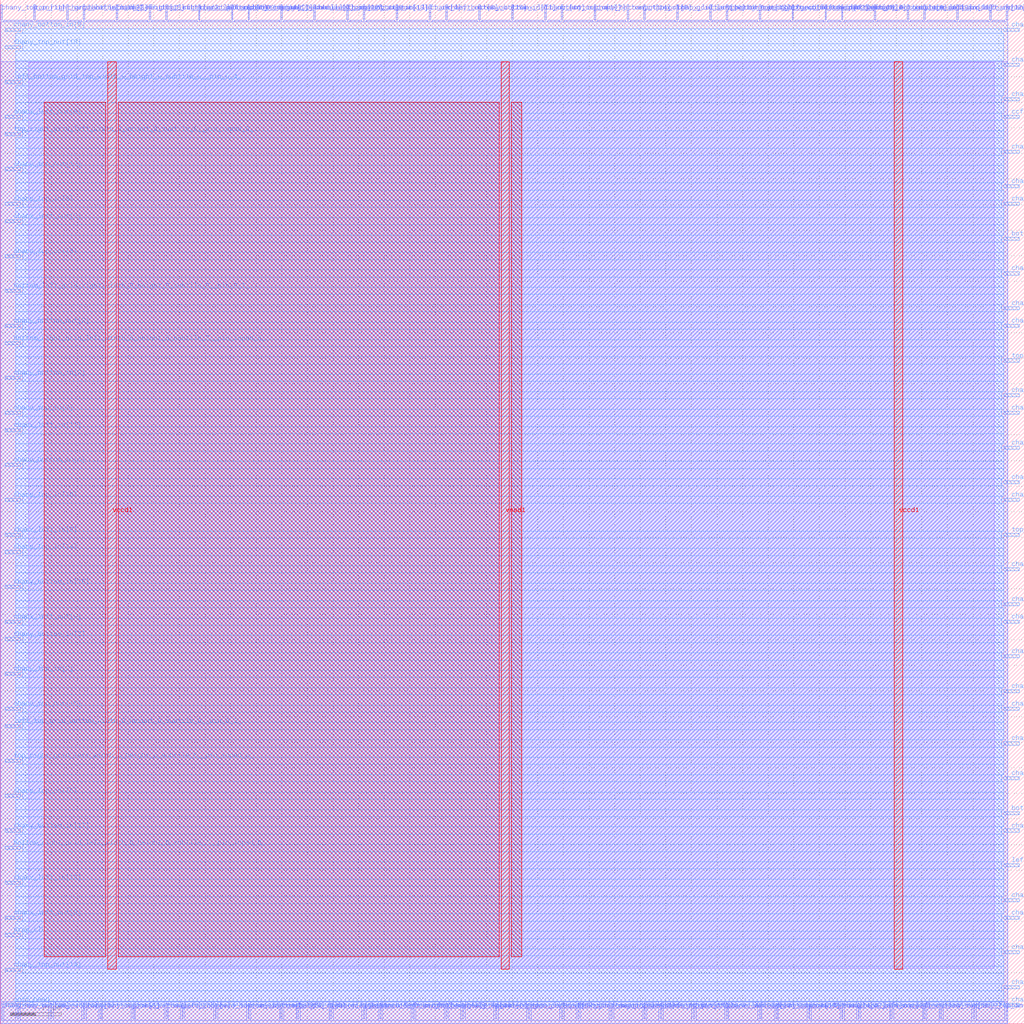
<source format=lef>
VERSION 5.7 ;
  NOWIREEXTENSIONATPIN ON ;
  DIVIDERCHAR "/" ;
  BUSBITCHARS "[]" ;
MACRO sb_4__1_
  CLASS BLOCK ;
  FOREIGN sb_4__1_ ;
  ORIGIN 0.000 0.000 ;
  SIZE 200.000 BY 200.000 ;
  PIN bottom_left_grid_right_width_0_height_0_subtile_0__pin_O_1_
    DIRECTION INPUT ;
    USE SIGNAL ;
    PORT
      LAYER met3 ;
        RECT 1.000 142.840 4.000 143.440 ;
    END
  END bottom_left_grid_right_width_0_height_0_subtile_0__pin_O_1_
  PIN bottom_left_grid_right_width_0_height_0_subtile_0__pin_O_5_
    DIRECTION INPUT ;
    USE SIGNAL ;
    PORT
      LAYER met2 ;
        RECT 29.070 196.000 29.350 199.000 ;
    END
  END bottom_left_grid_right_width_0_height_0_subtile_0__pin_O_5_
  PIN bottom_right_grid_left_width_0_height_0_subtile_0__pin_inpad_0_
    DIRECTION INPUT ;
    USE SIGNAL ;
    PORT
      LAYER met2 ;
        RECT 64.490 1.000 64.770 4.000 ;
    END
  END bottom_right_grid_left_width_0_height_0_subtile_0__pin_inpad_0_
  PIN bottom_right_grid_left_width_0_height_0_subtile_1__pin_inpad_0_
    DIRECTION INPUT ;
    USE SIGNAL ;
    PORT
      LAYER met2 ;
        RECT 96.690 1.000 96.970 4.000 ;
    END
  END bottom_right_grid_left_width_0_height_0_subtile_1__pin_inpad_0_
  PIN bottom_right_grid_left_width_0_height_0_subtile_2__pin_inpad_0_
    DIRECTION INPUT ;
    USE SIGNAL ;
    PORT
      LAYER met3 ;
        RECT 1.000 132.640 4.000 133.240 ;
    END
  END bottom_right_grid_left_width_0_height_0_subtile_2__pin_inpad_0_
  PIN bottom_right_grid_left_width_0_height_0_subtile_3__pin_inpad_0_
    DIRECTION INPUT ;
    USE SIGNAL ;
    PORT
      LAYER met3 ;
        RECT 1.000 34.040 4.000 34.640 ;
    END
  END bottom_right_grid_left_width_0_height_0_subtile_3__pin_inpad_0_
  PIN bottom_right_grid_left_width_0_height_0_subtile_4__pin_inpad_0_
    DIRECTION INPUT ;
    USE SIGNAL ;
    PORT
      LAYER met3 ;
        RECT 196.000 153.040 199.000 153.640 ;
    END
  END bottom_right_grid_left_width_0_height_0_subtile_4__pin_inpad_0_
  PIN bottom_right_grid_left_width_0_height_0_subtile_5__pin_inpad_0_
    DIRECTION INPUT ;
    USE SIGNAL ;
    PORT
      LAYER met2 ;
        RECT 58.050 1.000 58.330 4.000 ;
    END
  END bottom_right_grid_left_width_0_height_0_subtile_5__pin_inpad_0_
  PIN bottom_right_grid_left_width_0_height_0_subtile_6__pin_inpad_0_
    DIRECTION INPUT ;
    USE SIGNAL ;
    PORT
      LAYER met2 ;
        RECT 125.670 196.000 125.950 199.000 ;
    END
  END bottom_right_grid_left_width_0_height_0_subtile_6__pin_inpad_0_
  PIN bottom_right_grid_left_width_0_height_0_subtile_7__pin_inpad_0_
    DIRECTION INPUT ;
    USE SIGNAL ;
    PORT
      LAYER met3 ;
        RECT 196.000 40.840 199.000 41.440 ;
    END
  END bottom_right_grid_left_width_0_height_0_subtile_7__pin_inpad_0_
  PIN ccff_head
    DIRECTION INPUT ;
    USE SIGNAL ;
    PORT
      LAYER met3 ;
        RECT 1.000 3.440 4.000 4.040 ;
    END
  END ccff_head
  PIN ccff_tail
    DIRECTION OUTPUT TRISTATE ;
    USE SIGNAL ;
    PORT
      LAYER met3 ;
        RECT 196.000 176.840 199.000 177.440 ;
    END
  END ccff_tail
  PIN chanx_left_in[0]
    DIRECTION INPUT ;
    USE SIGNAL ;
    PORT
      LAYER met3 ;
        RECT 1.000 95.240 4.000 95.840 ;
    END
  END chanx_left_in[0]
  PIN chanx_left_in[10]
    DIRECTION INPUT ;
    USE SIGNAL ;
    PORT
      LAYER met2 ;
        RECT 132.110 196.000 132.390 199.000 ;
    END
  END chanx_left_in[10]
  PIN chanx_left_in[11]
    DIRECTION INPUT ;
    USE SIGNAL ;
    PORT
      LAYER met3 ;
        RECT 1.000 115.640 4.000 116.240 ;
    END
  END chanx_left_in[11]
  PIN chanx_left_in[12]
    DIRECTION INPUT ;
    USE SIGNAL ;
    PORT
      LAYER met2 ;
        RECT 61.270 196.000 61.550 199.000 ;
    END
  END chanx_left_in[12]
  PIN chanx_left_in[13]
    DIRECTION INPUT ;
    USE SIGNAL ;
    PORT
      LAYER met3 ;
        RECT 196.000 54.440 199.000 55.040 ;
    END
  END chanx_left_in[13]
  PIN chanx_left_in[14]
    DIRECTION INPUT ;
    USE SIGNAL ;
    PORT
      LAYER met2 ;
        RECT 141.770 1.000 142.050 4.000 ;
    END
  END chanx_left_in[14]
  PIN chanx_left_in[15]
    DIRECTION INPUT ;
    USE SIGNAL ;
    PORT
      LAYER met2 ;
        RECT 22.630 196.000 22.910 199.000 ;
    END
  END chanx_left_in[15]
  PIN chanx_left_in[16]
    DIRECTION INPUT ;
    USE SIGNAL ;
    PORT
      LAYER met2 ;
        RECT 180.410 196.000 180.690 199.000 ;
    END
  END chanx_left_in[16]
  PIN chanx_left_in[17]
    DIRECTION INPUT ;
    USE SIGNAL ;
    PORT
      LAYER met2 ;
        RECT 186.850 196.000 187.130 199.000 ;
    END
  END chanx_left_in[17]
  PIN chanx_left_in[18]
    DIRECTION INPUT ;
    USE SIGNAL ;
    PORT
      LAYER met3 ;
        RECT 1.000 27.240 4.000 27.840 ;
    END
  END chanx_left_in[18]
  PIN chanx_left_in[1]
    DIRECTION INPUT ;
    USE SIGNAL ;
    PORT
      LAYER met2 ;
        RECT 103.130 1.000 103.410 4.000 ;
    END
  END chanx_left_in[1]
  PIN chanx_left_in[2]
    DIRECTION INPUT ;
    USE SIGNAL ;
    PORT
      LAYER met3 ;
        RECT 196.000 139.440 199.000 140.040 ;
    END
  END chanx_left_in[2]
  PIN chanx_left_in[3]
    DIRECTION INPUT ;
    USE SIGNAL ;
    PORT
      LAYER met3 ;
        RECT 196.000 61.240 199.000 61.840 ;
    END
  END chanx_left_in[3]
  PIN chanx_left_in[4]
    DIRECTION INPUT ;
    USE SIGNAL ;
    PORT
      LAYER met2 ;
        RECT 77.370 196.000 77.650 199.000 ;
    END
  END chanx_left_in[4]
  PIN chanx_left_in[5]
    DIRECTION INPUT ;
    USE SIGNAL ;
    PORT
      LAYER met2 ;
        RECT 196.510 1.000 196.790 4.000 ;
    END
  END chanx_left_in[5]
  PIN chanx_left_in[6]
    DIRECTION INPUT ;
    USE SIGNAL ;
    PORT
      LAYER met2 ;
        RECT 164.310 196.000 164.590 199.000 ;
    END
  END chanx_left_in[6]
  PIN chanx_left_in[7]
    DIRECTION INPUT ;
    USE SIGNAL ;
    PORT
      LAYER met2 ;
        RECT 87.030 1.000 87.310 4.000 ;
    END
  END chanx_left_in[7]
  PIN chanx_left_in[8]
    DIRECTION INPUT ;
    USE SIGNAL ;
    PORT
      LAYER met2 ;
        RECT 16.190 196.000 16.470 199.000 ;
    END
  END chanx_left_in[8]
  PIN chanx_left_in[9]
    DIRECTION INPUT ;
    USE SIGNAL ;
    PORT
      LAYER met2 ;
        RECT 54.830 1.000 55.110 4.000 ;
    END
  END chanx_left_in[9]
  PIN chanx_left_out[0]
    DIRECTION OUTPUT TRISTATE ;
    USE SIGNAL ;
    PORT
      LAYER met3 ;
        RECT 1.000 78.240 4.000 78.840 ;
    END
  END chanx_left_out[0]
  PIN chanx_left_out[10]
    DIRECTION OUTPUT TRISTATE ;
    USE SIGNAL ;
    PORT
      LAYER met2 ;
        RECT 125.670 1.000 125.950 4.000 ;
    END
  END chanx_left_out[10]
  PIN chanx_left_out[11]
    DIRECTION OUTPUT TRISTATE ;
    USE SIGNAL ;
    PORT
      LAYER met3 ;
        RECT 196.000 64.640 199.000 65.240 ;
    END
  END chanx_left_out[11]
  PIN chanx_left_out[12]
    DIRECTION OUTPUT TRISTATE ;
    USE SIGNAL ;
    PORT
      LAYER met3 ;
        RECT 196.000 136.040 199.000 136.640 ;
    END
  END chanx_left_out[12]
  PIN chanx_left_out[13]
    DIRECTION OUTPUT TRISTATE ;
    USE SIGNAL ;
    PORT
      LAYER met2 ;
        RECT 173.970 1.000 174.250 4.000 ;
    END
  END chanx_left_out[13]
  PIN chanx_left_out[14]
    DIRECTION OUTPUT TRISTATE ;
    USE SIGNAL ;
    PORT
      LAYER met2 ;
        RECT 74.150 1.000 74.430 4.000 ;
    END
  END chanx_left_out[14]
  PIN chanx_left_out[15]
    DIRECTION OUTPUT TRISTATE ;
    USE SIGNAL ;
    PORT
      LAYER met2 ;
        RECT 161.090 196.000 161.370 199.000 ;
    END
  END chanx_left_out[15]
  PIN chanx_left_out[16]
    DIRECTION OUTPUT TRISTATE ;
    USE SIGNAL ;
    PORT
      LAYER met2 ;
        RECT 99.910 196.000 100.190 199.000 ;
    END
  END chanx_left_out[16]
  PIN chanx_left_out[17]
    DIRECTION OUTPUT TRISTATE ;
    USE SIGNAL ;
    PORT
      LAYER met2 ;
        RECT 167.530 1.000 167.810 4.000 ;
    END
  END chanx_left_out[17]
  PIN chanx_left_out[18]
    DIRECTION OUTPUT TRISTATE ;
    USE SIGNAL ;
    PORT
      LAYER met3 ;
        RECT 196.000 81.640 199.000 82.240 ;
    END
  END chanx_left_out[18]
  PIN chanx_left_out[1]
    DIRECTION OUTPUT TRISTATE ;
    USE SIGNAL ;
    PORT
      LAYER met2 ;
        RECT 38.730 196.000 39.010 199.000 ;
    END
  END chanx_left_out[1]
  PIN chanx_left_out[2]
    DIRECTION OUTPUT TRISTATE ;
    USE SIGNAL ;
    PORT
      LAYER met3 ;
        RECT 196.000 119.040 199.000 119.640 ;
    END
  END chanx_left_out[2]
  PIN chanx_left_out[3]
    DIRECTION OUTPUT TRISTATE ;
    USE SIGNAL ;
    PORT
      LAYER met2 ;
        RECT 83.810 196.000 84.090 199.000 ;
    END
  END chanx_left_out[3]
  PIN chanx_left_out[4]
    DIRECTION OUTPUT TRISTATE ;
    USE SIGNAL ;
    PORT
      LAYER met3 ;
        RECT 196.000 163.240 199.000 163.840 ;
    END
  END chanx_left_out[4]
  PIN chanx_left_out[5]
    DIRECTION OUTPUT TRISTATE ;
    USE SIGNAL ;
    PORT
      LAYER met3 ;
        RECT 1.000 20.440 4.000 21.040 ;
    END
  END chanx_left_out[5]
  PIN chanx_left_out[6]
    DIRECTION OUTPUT TRISTATE ;
    USE SIGNAL ;
    PORT
      LAYER met3 ;
        RECT 196.000 88.440 199.000 89.040 ;
    END
  END chanx_left_out[6]
  PIN chanx_left_out[7]
    DIRECTION OUTPUT TRISTATE ;
    USE SIGNAL ;
    PORT
      LAYER met3 ;
        RECT 1.000 156.440 4.000 157.040 ;
    END
  END chanx_left_out[7]
  PIN chanx_left_out[8]
    DIRECTION OUTPUT TRISTATE ;
    USE SIGNAL ;
    PORT
      LAYER met3 ;
        RECT 1.000 176.840 4.000 177.440 ;
    END
  END chanx_left_out[8]
  PIN chanx_left_out[9]
    DIRECTION OUTPUT TRISTATE ;
    USE SIGNAL ;
    PORT
      LAYER met3 ;
        RECT 196.000 159.840 199.000 160.440 ;
    END
  END chanx_left_out[9]
  PIN chany_bottom_in[0]
    DIRECTION INPUT ;
    USE SIGNAL ;
    PORT
      LAYER met3 ;
        RECT 196.000 6.840 199.000 7.440 ;
    END
  END chany_bottom_in[0]
  PIN chany_bottom_in[10]
    DIRECTION INPUT ;
    USE SIGNAL ;
    PORT
      LAYER met2 ;
        RECT 106.350 196.000 106.630 199.000 ;
    END
  END chany_bottom_in[10]
  PIN chany_bottom_in[11]
    DIRECTION INPUT ;
    USE SIGNAL ;
    PORT
      LAYER met2 ;
        RECT 93.470 196.000 93.750 199.000 ;
    END
  END chany_bottom_in[11]
  PIN chany_bottom_in[12]
    DIRECTION INPUT ;
    USE SIGNAL ;
    PORT
      LAYER met2 ;
        RECT 154.650 196.000 154.930 199.000 ;
    END
  END chany_bottom_in[12]
  PIN chany_bottom_in[13]
    DIRECTION INPUT ;
    USE SIGNAL ;
    PORT
      LAYER met3 ;
        RECT 196.000 187.040 199.000 187.640 ;
    END
  END chany_bottom_in[13]
  PIN chany_bottom_in[14]
    DIRECTION INPUT ;
    USE SIGNAL ;
    PORT
      LAYER met2 ;
        RECT 116.010 196.000 116.290 199.000 ;
    END
  END chany_bottom_in[14]
  PIN chany_bottom_in[15]
    DIRECTION INPUT ;
    USE SIGNAL ;
    PORT
      LAYER met2 ;
        RECT 48.390 1.000 48.670 4.000 ;
    END
  END chany_bottom_in[15]
  PIN chany_bottom_in[16]
    DIRECTION INPUT ;
    USE SIGNAL ;
    PORT
      LAYER met3 ;
        RECT 1.000 85.040 4.000 85.640 ;
    END
  END chany_bottom_in[16]
  PIN chany_bottom_in[17]
    DIRECTION INPUT ;
    USE SIGNAL ;
    PORT
      LAYER met3 ;
        RECT 1.000 37.440 4.000 38.040 ;
    END
  END chany_bottom_in[17]
  PIN chany_bottom_in[18]
    DIRECTION INPUT ;
    USE SIGNAL ;
    PORT
      LAYER met2 ;
        RECT 157.870 1.000 158.150 4.000 ;
    END
  END chany_bottom_in[18]
  PIN chany_bottom_in[1]
    DIRECTION INPUT ;
    USE SIGNAL ;
    PORT
      LAYER met3 ;
        RECT 196.000 3.440 199.000 4.040 ;
    END
  END chany_bottom_in[1]
  PIN chany_bottom_in[2]
    DIRECTION INPUT ;
    USE SIGNAL ;
    PORT
      LAYER met3 ;
        RECT 1.000 74.840 4.000 75.440 ;
    END
  END chany_bottom_in[2]
  PIN chany_bottom_in[3]
    DIRECTION INPUT ;
    USE SIGNAL ;
    PORT
      LAYER met3 ;
        RECT 196.000 37.440 199.000 38.040 ;
    END
  END chany_bottom_in[3]
  PIN chany_bottom_in[4]
    DIRECTION INPUT ;
    USE SIGNAL ;
    PORT
      LAYER met2 ;
        RECT 54.830 196.000 55.110 199.000 ;
    END
  END chany_bottom_in[4]
  PIN chany_bottom_in[5]
    DIRECTION INPUT ;
    USE SIGNAL ;
    PORT
      LAYER met3 ;
        RECT 1.000 193.840 4.000 194.440 ;
    END
  END chany_bottom_in[5]
  PIN chany_bottom_in[6]
    DIRECTION INPUT ;
    USE SIGNAL ;
    PORT
      LAYER met3 ;
        RECT 1.000 108.840 4.000 109.440 ;
    END
  END chany_bottom_in[6]
  PIN chany_bottom_in[7]
    DIRECTION INPUT ;
    USE SIGNAL ;
    PORT
      LAYER met2 ;
        RECT 80.590 1.000 80.870 4.000 ;
    END
  END chany_bottom_in[7]
  PIN chany_bottom_in[8]
    DIRECTION INPUT ;
    USE SIGNAL ;
    PORT
      LAYER met3 ;
        RECT 1.000 125.840 4.000 126.440 ;
    END
  END chany_bottom_in[8]
  PIN chany_bottom_in[9]
    DIRECTION INPUT ;
    USE SIGNAL ;
    PORT
      LAYER met2 ;
        RECT 170.750 196.000 171.030 199.000 ;
    END
  END chany_bottom_in[9]
  PIN chany_bottom_out[0]
    DIRECTION OUTPUT TRISTATE ;
    USE SIGNAL ;
    PORT
      LAYER met2 ;
        RECT 112.790 1.000 113.070 4.000 ;
    END
  END chany_bottom_out[0]
  PIN chany_bottom_out[10]
    DIRECTION OUTPUT TRISTATE ;
    USE SIGNAL ;
    PORT
      LAYER met2 ;
        RECT 148.210 1.000 148.490 4.000 ;
    END
  END chany_bottom_out[10]
  PIN chany_bottom_out[11]
    DIRECTION OUTPUT TRISTATE ;
    USE SIGNAL ;
    PORT
      LAYER met3 ;
        RECT 196.000 122.440 199.000 123.040 ;
    END
  END chany_bottom_out[11]
  PIN chany_bottom_out[12]
    DIRECTION OUTPUT TRISTATE ;
    USE SIGNAL ;
    PORT
      LAYER met3 ;
        RECT 196.000 23.840 199.000 24.440 ;
    END
  END chany_bottom_out[12]
  PIN chany_bottom_out[13]
    DIRECTION OUTPUT TRISTATE ;
    USE SIGNAL ;
    PORT
      LAYER met2 ;
        RECT 138.550 196.000 138.830 199.000 ;
    END
  END chany_bottom_out[13]
  PIN chany_bottom_out[14]
    DIRECTION OUTPUT TRISTATE ;
    USE SIGNAL ;
    PORT
      LAYER met3 ;
        RECT 196.000 193.840 199.000 194.440 ;
    END
  END chany_bottom_out[14]
  PIN chany_bottom_out[15]
    DIRECTION OUTPUT TRISTATE ;
    USE SIGNAL ;
    PORT
      LAYER met2 ;
        RECT 87.030 196.000 87.310 199.000 ;
    END
  END chany_bottom_out[15]
  PIN chany_bottom_out[16]
    DIRECTION OUTPUT TRISTATE ;
    USE SIGNAL ;
    PORT
      LAYER met2 ;
        RECT 3.310 1.000 3.590 4.000 ;
    END
  END chany_bottom_out[16]
  PIN chany_bottom_out[17]
    DIRECTION OUTPUT TRISTATE ;
    USE SIGNAL ;
    PORT
      LAYER met2 ;
        RECT 25.850 1.000 26.130 4.000 ;
    END
  END chany_bottom_out[17]
  PIN chany_bottom_out[18]
    DIRECTION OUTPUT TRISTATE ;
    USE SIGNAL ;
    PORT
      LAYER met2 ;
        RECT 67.710 196.000 67.990 199.000 ;
    END
  END chany_bottom_out[18]
  PIN chany_bottom_out[1]
    DIRECTION OUTPUT TRISTATE ;
    USE SIGNAL ;
    PORT
      LAYER met2 ;
        RECT 45.170 196.000 45.450 199.000 ;
    END
  END chany_bottom_out[1]
  PIN chany_bottom_out[2]
    DIRECTION OUTPUT TRISTATE ;
    USE SIGNAL ;
    PORT
      LAYER met3 ;
        RECT 196.000 105.440 199.000 106.040 ;
    END
  END chany_bottom_out[2]
  PIN chany_bottom_out[3]
    DIRECTION OUTPUT TRISTATE ;
    USE SIGNAL ;
    PORT
      LAYER met3 ;
        RECT 196.000 71.440 199.000 72.040 ;
    END
  END chany_bottom_out[3]
  PIN chany_bottom_out[4]
    DIRECTION OUTPUT TRISTATE ;
    USE SIGNAL ;
    PORT
      LAYER met2 ;
        RECT 196.510 196.000 196.790 199.000 ;
    END
  END chany_bottom_out[4]
  PIN chany_bottom_out[5]
    DIRECTION OUTPUT TRISTATE ;
    USE SIGNAL ;
    PORT
      LAYER met2 ;
        RECT 16.190 1.000 16.470 4.000 ;
    END
  END chany_bottom_out[5]
  PIN chany_bottom_out[6]
    DIRECTION OUTPUT TRISTATE ;
    USE SIGNAL ;
    PORT
      LAYER met3 ;
        RECT 196.000 13.640 199.000 14.240 ;
    END
  END chany_bottom_out[6]
  PIN chany_bottom_out[7]
    DIRECTION OUTPUT TRISTATE ;
    USE SIGNAL ;
    PORT
      LAYER met3 ;
        RECT 196.000 78.240 199.000 78.840 ;
    END
  END chany_bottom_out[7]
  PIN chany_bottom_out[8]
    DIRECTION OUTPUT TRISTATE ;
    USE SIGNAL ;
    PORT
      LAYER met3 ;
        RECT 1.000 136.040 4.000 136.640 ;
    END
  END chany_bottom_out[8]
  PIN chany_bottom_out[9]
    DIRECTION OUTPUT TRISTATE ;
    USE SIGNAL ;
    PORT
      LAYER met2 ;
        RECT 12.970 196.000 13.250 199.000 ;
    END
  END chany_bottom_out[9]
  PIN chany_top_in[0]
    DIRECTION INPUT ;
    USE SIGNAL ;
    PORT
      LAYER met2 ;
        RECT 183.630 1.000 183.910 4.000 ;
    END
  END chany_top_in[0]
  PIN chany_top_in[10]
    DIRECTION INPUT ;
    USE SIGNAL ;
    PORT
      LAYER met3 ;
        RECT 1.000 102.040 4.000 102.640 ;
    END
  END chany_top_in[10]
  PIN chany_top_in[11]
    DIRECTION INPUT ;
    USE SIGNAL ;
    PORT
      LAYER met2 ;
        RECT 0.090 196.000 0.370 199.000 ;
    END
  END chany_top_in[11]
  PIN chany_top_in[12]
    DIRECTION INPUT ;
    USE SIGNAL ;
    PORT
      LAYER met2 ;
        RECT 193.290 196.000 193.570 199.000 ;
    END
  END chany_top_in[12]
  PIN chany_top_in[13]
    DIRECTION INPUT ;
    USE SIGNAL ;
    PORT
      LAYER met2 ;
        RECT 41.950 1.000 42.230 4.000 ;
    END
  END chany_top_in[13]
  PIN chany_top_in[14]
    DIRECTION INPUT ;
    USE SIGNAL ;
    PORT
      LAYER met3 ;
        RECT 1.000 91.840 4.000 92.440 ;
    END
  END chany_top_in[14]
  PIN chany_top_in[15]
    DIRECTION INPUT ;
    USE SIGNAL ;
    PORT
      LAYER met2 ;
        RECT 119.230 1.000 119.510 4.000 ;
    END
  END chany_top_in[15]
  PIN chany_top_in[16]
    DIRECTION INPUT ;
    USE SIGNAL ;
    PORT
      LAYER met2 ;
        RECT 190.070 1.000 190.350 4.000 ;
    END
  END chany_top_in[16]
  PIN chany_top_in[17]
    DIRECTION INPUT ;
    USE SIGNAL ;
    PORT
      LAYER met2 ;
        RECT 70.930 196.000 71.210 199.000 ;
    END
  END chany_top_in[17]
  PIN chany_top_in[18]
    DIRECTION INPUT ;
    USE SIGNAL ;
    PORT
      LAYER met2 ;
        RECT 151.430 1.000 151.710 4.000 ;
    END
  END chany_top_in[18]
  PIN chany_top_in[1]
    DIRECTION INPUT ;
    USE SIGNAL ;
    PORT
      LAYER met2 ;
        RECT 19.410 1.000 19.690 4.000 ;
    END
  END chany_top_in[1]
  PIN chany_top_in[2]
    DIRECTION INPUT ;
    USE SIGNAL ;
    PORT
      LAYER met3 ;
        RECT 1.000 68.040 4.000 68.640 ;
    END
  END chany_top_in[2]
  PIN chany_top_in[3]
    DIRECTION INPUT ;
    USE SIGNAL ;
    PORT
      LAYER met3 ;
        RECT 196.000 20.440 199.000 21.040 ;
    END
  END chany_top_in[3]
  PIN chany_top_in[4]
    DIRECTION INPUT ;
    USE SIGNAL ;
    PORT
      LAYER met3 ;
        RECT 196.000 146.240 199.000 146.840 ;
    END
  END chany_top_in[4]
  PIN chany_top_in[5]
    DIRECTION INPUT ;
    USE SIGNAL ;
    PORT
      LAYER met3 ;
        RECT 196.000 102.040 199.000 102.640 ;
    END
  END chany_top_in[5]
  PIN chany_top_in[6]
    DIRECTION INPUT ;
    USE SIGNAL ;
    PORT
      LAYER met2 ;
        RECT 164.310 1.000 164.590 4.000 ;
    END
  END chany_top_in[6]
  PIN chany_top_in[7]
    DIRECTION INPUT ;
    USE SIGNAL ;
    PORT
      LAYER met3 ;
        RECT 1.000 119.040 4.000 119.640 ;
    END
  END chany_top_in[7]
  PIN chany_top_in[8]
    DIRECTION INPUT ;
    USE SIGNAL ;
    PORT
      LAYER met3 ;
        RECT 196.000 47.640 199.000 48.240 ;
    END
  END chany_top_in[8]
  PIN chany_top_in[9]
    DIRECTION INPUT ;
    USE SIGNAL ;
    PORT
      LAYER met3 ;
        RECT 1.000 159.840 4.000 160.440 ;
    END
  END chany_top_in[9]
  PIN chany_top_out[0]
    DIRECTION OUTPUT TRISTATE ;
    USE SIGNAL ;
    PORT
      LAYER met3 ;
        RECT 196.000 112.240 199.000 112.840 ;
    END
  END chany_top_out[0]
  PIN chany_top_out[10]
    DIRECTION OUTPUT TRISTATE ;
    USE SIGNAL ;
    PORT
      LAYER met3 ;
        RECT 196.000 170.040 199.000 170.640 ;
    END
  END chany_top_out[10]
  PIN chany_top_out[11]
    DIRECTION OUTPUT TRISTATE ;
    USE SIGNAL ;
    PORT
      LAYER met2 ;
        RECT 180.410 1.000 180.690 4.000 ;
    END
  END chany_top_out[11]
  PIN chany_top_out[12]
    DIRECTION OUTPUT TRISTATE ;
    USE SIGNAL ;
    PORT
      LAYER met3 ;
        RECT 196.000 180.240 199.000 180.840 ;
    END
  END chany_top_out[12]
  PIN chany_top_out[13]
    DIRECTION OUTPUT TRISTATE ;
    USE SIGNAL ;
    PORT
      LAYER met3 ;
        RECT 1.000 166.640 4.000 167.240 ;
    END
  END chany_top_out[13]
  PIN chany_top_out[14]
    DIRECTION OUTPUT TRISTATE ;
    USE SIGNAL ;
    PORT
      LAYER met3 ;
        RECT 1.000 10.240 4.000 10.840 ;
    END
  END chany_top_out[14]
  PIN chany_top_out[15]
    DIRECTION OUTPUT TRISTATE ;
    USE SIGNAL ;
    PORT
      LAYER met3 ;
        RECT 1.000 61.240 4.000 61.840 ;
    END
  END chany_top_out[15]
  PIN chany_top_out[16]
    DIRECTION OUTPUT TRISTATE ;
    USE SIGNAL ;
    PORT
      LAYER met2 ;
        RECT 0.090 1.000 0.370 4.000 ;
    END
  END chany_top_out[16]
  PIN chany_top_out[17]
    DIRECTION OUTPUT TRISTATE ;
    USE SIGNAL ;
    PORT
      LAYER met2 ;
        RECT 128.890 1.000 129.170 4.000 ;
    END
  END chany_top_out[17]
  PIN chany_top_out[18]
    DIRECTION OUTPUT TRISTATE ;
    USE SIGNAL ;
    PORT
      LAYER met3 ;
        RECT 1.000 190.440 4.000 191.040 ;
    END
  END chany_top_out[18]
  PIN chany_top_out[1]
    DIRECTION OUTPUT TRISTATE ;
    USE SIGNAL ;
    PORT
      LAYER met2 ;
        RECT 48.390 196.000 48.670 199.000 ;
    END
  END chany_top_out[1]
  PIN chany_top_out[2]
    DIRECTION OUTPUT TRISTATE ;
    USE SIGNAL ;
    PORT
      LAYER met2 ;
        RECT 122.450 196.000 122.730 199.000 ;
    END
  END chany_top_out[2]
  PIN chany_top_out[3]
    DIRECTION OUTPUT TRISTATE ;
    USE SIGNAL ;
    PORT
      LAYER met3 ;
        RECT 1.000 149.640 4.000 150.240 ;
    END
  END chany_top_out[3]
  PIN chany_top_out[4]
    DIRECTION OUTPUT TRISTATE ;
    USE SIGNAL ;
    PORT
      LAYER met2 ;
        RECT 32.290 1.000 32.570 4.000 ;
    END
  END chany_top_out[4]
  PIN chany_top_out[5]
    DIRECTION OUTPUT TRISTATE ;
    USE SIGNAL ;
    PORT
      LAYER met2 ;
        RECT 9.750 1.000 10.030 4.000 ;
    END
  END chany_top_out[5]
  PIN chany_top_out[6]
    DIRECTION OUTPUT TRISTATE ;
    USE SIGNAL ;
    PORT
      LAYER met3 ;
        RECT 1.000 44.240 4.000 44.840 ;
    END
  END chany_top_out[6]
  PIN chany_top_out[7]
    DIRECTION OUTPUT TRISTATE ;
    USE SIGNAL ;
    PORT
      LAYER met2 ;
        RECT 109.570 196.000 109.850 199.000 ;
    END
  END chany_top_out[7]
  PIN chany_top_out[8]
    DIRECTION OUTPUT TRISTATE ;
    USE SIGNAL ;
    PORT
      LAYER met2 ;
        RECT 90.250 1.000 90.530 4.000 ;
    END
  END chany_top_out[8]
  PIN chany_top_out[9]
    DIRECTION OUTPUT TRISTATE ;
    USE SIGNAL ;
    PORT
      LAYER met2 ;
        RECT 177.190 196.000 177.470 199.000 ;
    END
  END chany_top_out[9]
  PIN left_bottom_grid_top_width_0_height_0_subtile_0__pin_O_0_
    DIRECTION INPUT ;
    USE SIGNAL ;
    PORT
      LAYER met3 ;
        RECT 196.000 30.640 199.000 31.240 ;
    END
  END left_bottom_grid_top_width_0_height_0_subtile_0__pin_O_0_
  PIN left_bottom_grid_top_width_0_height_0_subtile_0__pin_O_4_
    DIRECTION INPUT ;
    USE SIGNAL ;
    PORT
      LAYER met3 ;
        RECT 1.000 183.640 4.000 184.240 ;
    END
  END left_bottom_grid_top_width_0_height_0_subtile_0__pin_O_4_
  PIN left_top_grid_bottom_width_0_height_0_subtile_0__pin_O_2_
    DIRECTION INPUT ;
    USE SIGNAL ;
    PORT
      LAYER met3 ;
        RECT 1.000 57.840 4.000 58.440 ;
    END
  END left_top_grid_bottom_width_0_height_0_subtile_0__pin_O_2_
  PIN left_top_grid_bottom_width_0_height_0_subtile_0__pin_O_6_
    DIRECTION INPUT ;
    USE SIGNAL ;
    PORT
      LAYER met2 ;
        RECT 35.510 1.000 35.790 4.000 ;
    END
  END left_top_grid_bottom_width_0_height_0_subtile_0__pin_O_6_
  PIN pReset
    DIRECTION INPUT ;
    USE SIGNAL ;
    PORT
      LAYER met2 ;
        RECT 70.930 1.000 71.210 4.000 ;
    END
  END pReset
  PIN prog_clk
    DIRECTION INPUT ;
    USE SIGNAL ;
    PORT
      LAYER met3 ;
        RECT 1.000 17.040 4.000 17.640 ;
    END
  END prog_clk
  PIN top_left_grid_right_width_0_height_0_subtile_0__pin_O_1_
    DIRECTION INPUT ;
    USE SIGNAL ;
    PORT
      LAYER met3 ;
        RECT 196.000 129.240 199.000 129.840 ;
    END
  END top_left_grid_right_width_0_height_0_subtile_0__pin_O_1_
  PIN top_left_grid_right_width_0_height_0_subtile_0__pin_O_5_
    DIRECTION INPUT ;
    USE SIGNAL ;
    PORT
      LAYER met2 ;
        RECT 109.570 1.000 109.850 4.000 ;
    END
  END top_left_grid_right_width_0_height_0_subtile_0__pin_O_5_
  PIN top_right_grid_left_width_0_height_0_subtile_0__pin_inpad_0_
    DIRECTION INPUT ;
    USE SIGNAL ;
    PORT
      LAYER met2 ;
        RECT 148.210 196.000 148.490 199.000 ;
    END
  END top_right_grid_left_width_0_height_0_subtile_0__pin_inpad_0_
  PIN top_right_grid_left_width_0_height_0_subtile_1__pin_inpad_0_
    DIRECTION INPUT ;
    USE SIGNAL ;
    PORT
      LAYER met2 ;
        RECT 141.770 196.000 142.050 199.000 ;
    END
  END top_right_grid_left_width_0_height_0_subtile_1__pin_inpad_0_
  PIN top_right_grid_left_width_0_height_0_subtile_2__pin_inpad_0_
    DIRECTION INPUT ;
    USE SIGNAL ;
    PORT
      LAYER met2 ;
        RECT 6.530 196.000 6.810 199.000 ;
    END
  END top_right_grid_left_width_0_height_0_subtile_2__pin_inpad_0_
  PIN top_right_grid_left_width_0_height_0_subtile_3__pin_inpad_0_
    DIRECTION INPUT ;
    USE SIGNAL ;
    PORT
      LAYER met2 ;
        RECT 32.290 196.000 32.570 199.000 ;
    END
  END top_right_grid_left_width_0_height_0_subtile_3__pin_inpad_0_
  PIN top_right_grid_left_width_0_height_0_subtile_4__pin_inpad_0_
    DIRECTION INPUT ;
    USE SIGNAL ;
    PORT
      LAYER met2 ;
        RECT 135.330 1.000 135.610 4.000 ;
    END
  END top_right_grid_left_width_0_height_0_subtile_4__pin_inpad_0_
  PIN top_right_grid_left_width_0_height_0_subtile_5__pin_inpad_0_
    DIRECTION INPUT ;
    USE SIGNAL ;
    PORT
      LAYER met3 ;
        RECT 1.000 51.040 4.000 51.640 ;
    END
  END top_right_grid_left_width_0_height_0_subtile_5__pin_inpad_0_
  PIN top_right_grid_left_width_0_height_0_subtile_6__pin_inpad_0_
    DIRECTION INPUT ;
    USE SIGNAL ;
    PORT
      LAYER met3 ;
        RECT 1.000 173.440 4.000 174.040 ;
    END
  END top_right_grid_left_width_0_height_0_subtile_6__pin_inpad_0_
  PIN top_right_grid_left_width_0_height_0_subtile_7__pin_inpad_0_
    DIRECTION INPUT ;
    USE SIGNAL ;
    PORT
      LAYER met3 ;
        RECT 196.000 95.240 199.000 95.840 ;
    END
  END top_right_grid_left_width_0_height_0_subtile_7__pin_inpad_0_
  PIN vccd1
    DIRECTION INOUT ;
    USE POWER ;
    PORT
      LAYER met4 ;
        RECT 21.040 10.640 22.640 187.920 ;
    END
    PORT
      LAYER met4 ;
        RECT 174.640 10.640 176.240 187.920 ;
    END
  END vccd1
  PIN vssd1
    DIRECTION INOUT ;
    USE GROUND ;
    PORT
      LAYER met4 ;
        RECT 97.840 10.640 99.440 187.920 ;
    END
  END vssd1
  OBS
      LAYER li1 ;
        RECT 5.520 10.795 194.120 187.765 ;
      LAYER met1 ;
        RECT 0.070 0.040 196.810 187.920 ;
      LAYER met2 ;
        RECT 0.650 195.720 6.250 196.000 ;
        RECT 7.090 195.720 12.690 196.000 ;
        RECT 13.530 195.720 15.910 196.000 ;
        RECT 16.750 195.720 22.350 196.000 ;
        RECT 23.190 195.720 28.790 196.000 ;
        RECT 29.630 195.720 32.010 196.000 ;
        RECT 32.850 195.720 38.450 196.000 ;
        RECT 39.290 195.720 44.890 196.000 ;
        RECT 45.730 195.720 48.110 196.000 ;
        RECT 48.950 195.720 54.550 196.000 ;
        RECT 55.390 195.720 60.990 196.000 ;
        RECT 61.830 195.720 67.430 196.000 ;
        RECT 68.270 195.720 70.650 196.000 ;
        RECT 71.490 195.720 77.090 196.000 ;
        RECT 77.930 195.720 83.530 196.000 ;
        RECT 84.370 195.720 86.750 196.000 ;
        RECT 87.590 195.720 93.190 196.000 ;
        RECT 94.030 195.720 99.630 196.000 ;
        RECT 100.470 195.720 106.070 196.000 ;
        RECT 106.910 195.720 109.290 196.000 ;
        RECT 110.130 195.720 115.730 196.000 ;
        RECT 116.570 195.720 122.170 196.000 ;
        RECT 123.010 195.720 125.390 196.000 ;
        RECT 126.230 195.720 131.830 196.000 ;
        RECT 132.670 195.720 138.270 196.000 ;
        RECT 139.110 195.720 141.490 196.000 ;
        RECT 142.330 195.720 147.930 196.000 ;
        RECT 148.770 195.720 154.370 196.000 ;
        RECT 155.210 195.720 160.810 196.000 ;
        RECT 161.650 195.720 164.030 196.000 ;
        RECT 164.870 195.720 170.470 196.000 ;
        RECT 171.310 195.720 176.910 196.000 ;
        RECT 177.750 195.720 180.130 196.000 ;
        RECT 180.970 195.720 186.570 196.000 ;
        RECT 187.410 195.720 193.010 196.000 ;
        RECT 193.850 195.720 196.230 196.000 ;
        RECT 0.100 4.280 196.780 195.720 ;
        RECT 0.650 0.720 3.030 4.280 ;
        RECT 3.870 0.720 9.470 4.280 ;
        RECT 10.310 0.720 15.910 4.280 ;
        RECT 16.750 0.720 19.130 4.280 ;
        RECT 19.970 0.720 25.570 4.280 ;
        RECT 26.410 0.720 32.010 4.280 ;
        RECT 32.850 0.720 35.230 4.280 ;
        RECT 36.070 0.720 41.670 4.280 ;
        RECT 42.510 0.720 48.110 4.280 ;
        RECT 48.950 0.720 54.550 4.280 ;
        RECT 55.390 0.720 57.770 4.280 ;
        RECT 58.610 0.720 64.210 4.280 ;
        RECT 65.050 0.720 70.650 4.280 ;
        RECT 71.490 0.720 73.870 4.280 ;
        RECT 74.710 0.720 80.310 4.280 ;
        RECT 81.150 0.720 86.750 4.280 ;
        RECT 87.590 0.720 89.970 4.280 ;
        RECT 90.810 0.720 96.410 4.280 ;
        RECT 97.250 0.720 102.850 4.280 ;
        RECT 103.690 0.720 109.290 4.280 ;
        RECT 110.130 0.720 112.510 4.280 ;
        RECT 113.350 0.720 118.950 4.280 ;
        RECT 119.790 0.720 125.390 4.280 ;
        RECT 126.230 0.720 128.610 4.280 ;
        RECT 129.450 0.720 135.050 4.280 ;
        RECT 135.890 0.720 141.490 4.280 ;
        RECT 142.330 0.720 147.930 4.280 ;
        RECT 148.770 0.720 151.150 4.280 ;
        RECT 151.990 0.720 157.590 4.280 ;
        RECT 158.430 0.720 164.030 4.280 ;
        RECT 164.870 0.720 167.250 4.280 ;
        RECT 168.090 0.720 173.690 4.280 ;
        RECT 174.530 0.720 180.130 4.280 ;
        RECT 180.970 0.720 183.350 4.280 ;
        RECT 184.190 0.720 189.790 4.280 ;
        RECT 190.630 0.720 196.230 4.280 ;
        RECT 0.100 0.010 196.780 0.720 ;
      LAYER met3 ;
        RECT 4.400 193.440 195.600 194.305 ;
        RECT 3.070 191.440 196.000 193.440 ;
        RECT 4.400 190.040 196.000 191.440 ;
        RECT 3.070 188.040 196.000 190.040 ;
        RECT 3.070 186.640 195.600 188.040 ;
        RECT 3.070 184.640 196.000 186.640 ;
        RECT 4.400 183.240 196.000 184.640 ;
        RECT 3.070 181.240 196.000 183.240 ;
        RECT 3.070 179.840 195.600 181.240 ;
        RECT 3.070 177.840 196.000 179.840 ;
        RECT 4.400 176.440 195.600 177.840 ;
        RECT 3.070 174.440 196.000 176.440 ;
        RECT 4.400 173.040 196.000 174.440 ;
        RECT 3.070 171.040 196.000 173.040 ;
        RECT 3.070 169.640 195.600 171.040 ;
        RECT 3.070 167.640 196.000 169.640 ;
        RECT 4.400 166.240 196.000 167.640 ;
        RECT 3.070 164.240 196.000 166.240 ;
        RECT 3.070 162.840 195.600 164.240 ;
        RECT 3.070 160.840 196.000 162.840 ;
        RECT 4.400 159.440 195.600 160.840 ;
        RECT 3.070 157.440 196.000 159.440 ;
        RECT 4.400 156.040 196.000 157.440 ;
        RECT 3.070 154.040 196.000 156.040 ;
        RECT 3.070 152.640 195.600 154.040 ;
        RECT 3.070 150.640 196.000 152.640 ;
        RECT 4.400 149.240 196.000 150.640 ;
        RECT 3.070 147.240 196.000 149.240 ;
        RECT 3.070 145.840 195.600 147.240 ;
        RECT 3.070 143.840 196.000 145.840 ;
        RECT 4.400 142.440 196.000 143.840 ;
        RECT 3.070 140.440 196.000 142.440 ;
        RECT 3.070 139.040 195.600 140.440 ;
        RECT 3.070 137.040 196.000 139.040 ;
        RECT 4.400 135.640 195.600 137.040 ;
        RECT 3.070 133.640 196.000 135.640 ;
        RECT 4.400 132.240 196.000 133.640 ;
        RECT 3.070 130.240 196.000 132.240 ;
        RECT 3.070 128.840 195.600 130.240 ;
        RECT 3.070 126.840 196.000 128.840 ;
        RECT 4.400 125.440 196.000 126.840 ;
        RECT 3.070 123.440 196.000 125.440 ;
        RECT 3.070 122.040 195.600 123.440 ;
        RECT 3.070 120.040 196.000 122.040 ;
        RECT 4.400 118.640 195.600 120.040 ;
        RECT 3.070 116.640 196.000 118.640 ;
        RECT 4.400 115.240 196.000 116.640 ;
        RECT 3.070 113.240 196.000 115.240 ;
        RECT 3.070 111.840 195.600 113.240 ;
        RECT 3.070 109.840 196.000 111.840 ;
        RECT 4.400 108.440 196.000 109.840 ;
        RECT 3.070 106.440 196.000 108.440 ;
        RECT 3.070 105.040 195.600 106.440 ;
        RECT 3.070 103.040 196.000 105.040 ;
        RECT 4.400 101.640 195.600 103.040 ;
        RECT 3.070 96.240 196.000 101.640 ;
        RECT 4.400 94.840 195.600 96.240 ;
        RECT 3.070 92.840 196.000 94.840 ;
        RECT 4.400 91.440 196.000 92.840 ;
        RECT 3.070 89.440 196.000 91.440 ;
        RECT 3.070 88.040 195.600 89.440 ;
        RECT 3.070 86.040 196.000 88.040 ;
        RECT 4.400 84.640 196.000 86.040 ;
        RECT 3.070 82.640 196.000 84.640 ;
        RECT 3.070 81.240 195.600 82.640 ;
        RECT 3.070 79.240 196.000 81.240 ;
        RECT 4.400 77.840 195.600 79.240 ;
        RECT 3.070 75.840 196.000 77.840 ;
        RECT 4.400 74.440 196.000 75.840 ;
        RECT 3.070 72.440 196.000 74.440 ;
        RECT 3.070 71.040 195.600 72.440 ;
        RECT 3.070 69.040 196.000 71.040 ;
        RECT 4.400 67.640 196.000 69.040 ;
        RECT 3.070 65.640 196.000 67.640 ;
        RECT 3.070 64.240 195.600 65.640 ;
        RECT 3.070 62.240 196.000 64.240 ;
        RECT 4.400 60.840 195.600 62.240 ;
        RECT 3.070 58.840 196.000 60.840 ;
        RECT 4.400 57.440 196.000 58.840 ;
        RECT 3.070 55.440 196.000 57.440 ;
        RECT 3.070 54.040 195.600 55.440 ;
        RECT 3.070 52.040 196.000 54.040 ;
        RECT 4.400 50.640 196.000 52.040 ;
        RECT 3.070 48.640 196.000 50.640 ;
        RECT 3.070 47.240 195.600 48.640 ;
        RECT 3.070 45.240 196.000 47.240 ;
        RECT 4.400 43.840 196.000 45.240 ;
        RECT 3.070 41.840 196.000 43.840 ;
        RECT 3.070 40.440 195.600 41.840 ;
        RECT 3.070 38.440 196.000 40.440 ;
        RECT 4.400 37.040 195.600 38.440 ;
        RECT 3.070 35.040 196.000 37.040 ;
        RECT 4.400 33.640 196.000 35.040 ;
        RECT 3.070 31.640 196.000 33.640 ;
        RECT 3.070 30.240 195.600 31.640 ;
        RECT 3.070 28.240 196.000 30.240 ;
        RECT 4.400 26.840 196.000 28.240 ;
        RECT 3.070 24.840 196.000 26.840 ;
        RECT 3.070 23.440 195.600 24.840 ;
        RECT 3.070 21.440 196.000 23.440 ;
        RECT 4.400 20.040 195.600 21.440 ;
        RECT 3.070 18.040 196.000 20.040 ;
        RECT 4.400 16.640 196.000 18.040 ;
        RECT 3.070 14.640 196.000 16.640 ;
        RECT 3.070 13.240 195.600 14.640 ;
        RECT 3.070 11.240 196.000 13.240 ;
        RECT 4.400 9.840 196.000 11.240 ;
        RECT 3.070 7.840 196.000 9.840 ;
        RECT 3.070 6.440 195.600 7.840 ;
        RECT 3.070 4.440 196.000 6.440 ;
        RECT 4.400 3.575 195.600 4.440 ;
      LAYER met4 ;
        RECT 8.575 13.095 20.640 180.025 ;
        RECT 23.040 13.095 97.440 180.025 ;
        RECT 99.840 13.095 101.825 180.025 ;
  END
END sb_4__1_
END LIBRARY


</source>
